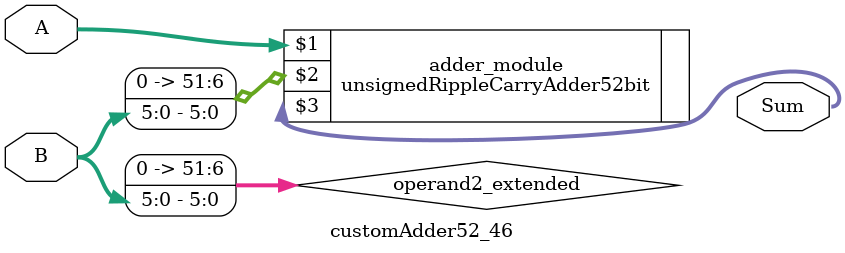
<source format=v>
module customAdder52_46(
                        input [51 : 0] A,
                        input [5 : 0] B,
                        
                        output [52 : 0] Sum
                );

        wire [51 : 0] operand2_extended;
        
        assign operand2_extended =  {46'b0, B};
        
        unsignedRippleCarryAdder52bit adder_module(
            A,
            operand2_extended,
            Sum
        );
        
        endmodule
        
</source>
